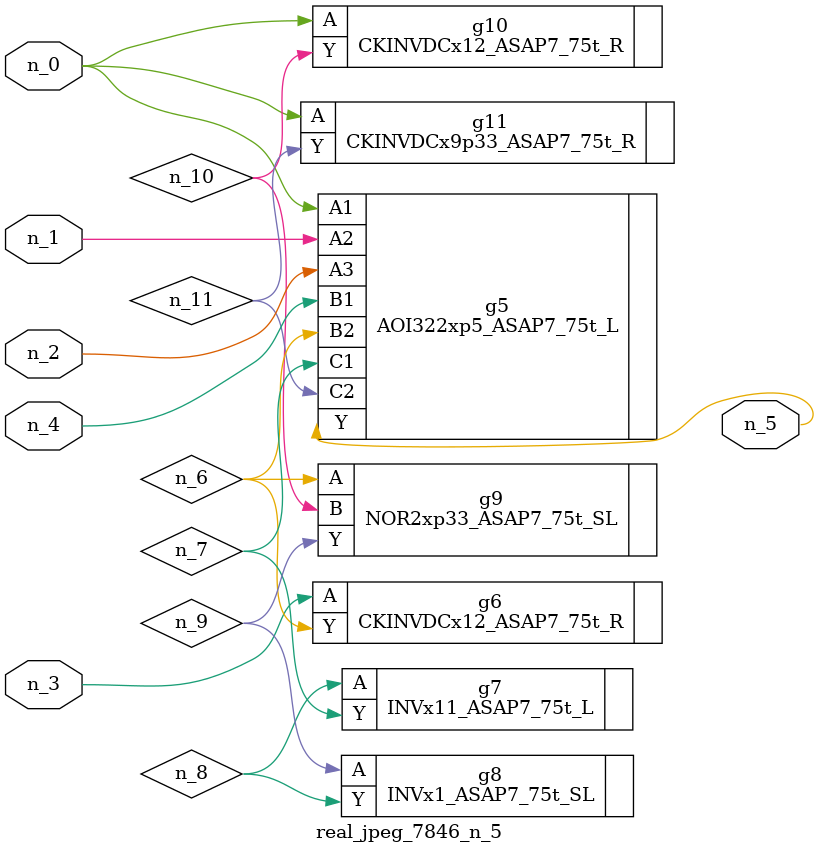
<source format=v>
module real_jpeg_7846_n_5 (n_4, n_0, n_1, n_2, n_3, n_5);

input n_4;
input n_0;
input n_1;
input n_2;
input n_3;

output n_5;

wire n_8;
wire n_11;
wire n_6;
wire n_7;
wire n_10;
wire n_9;

AOI322xp5_ASAP7_75t_L g5 ( 
.A1(n_0),
.A2(n_1),
.A3(n_2),
.B1(n_4),
.B2(n_6),
.C1(n_7),
.C2(n_11),
.Y(n_5)
);

CKINVDCx12_ASAP7_75t_R g10 ( 
.A(n_0),
.Y(n_10)
);

CKINVDCx9p33_ASAP7_75t_R g11 ( 
.A(n_0),
.Y(n_11)
);

CKINVDCx12_ASAP7_75t_R g6 ( 
.A(n_3),
.Y(n_6)
);

NOR2xp33_ASAP7_75t_SL g9 ( 
.A(n_6),
.B(n_10),
.Y(n_9)
);

INVx11_ASAP7_75t_L g7 ( 
.A(n_8),
.Y(n_7)
);

INVx1_ASAP7_75t_SL g8 ( 
.A(n_9),
.Y(n_8)
);


endmodule
</source>
